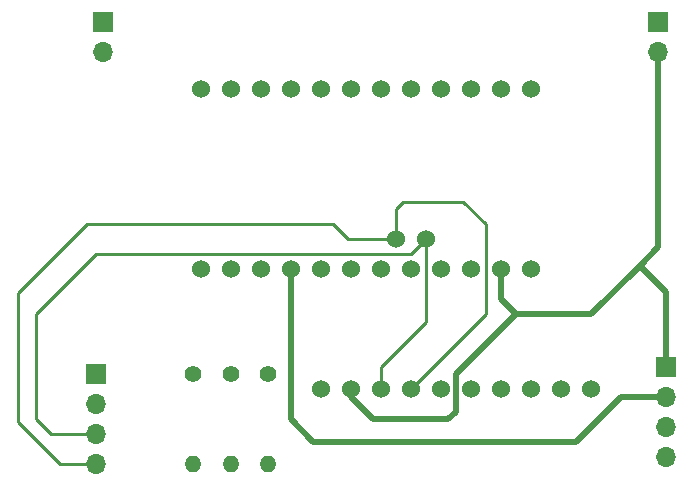
<source format=gbl>
G04 #@! TF.FileFunction,Copper,L2,Bot,Signal*
%FSLAX46Y46*%
G04 Gerber Fmt 4.6, Leading zero omitted, Abs format (unit mm)*
G04 Created by KiCad (PCBNEW 4.0.5) date 04/29/17 21:11:23*
%MOMM*%
%LPD*%
G01*
G04 APERTURE LIST*
%ADD10C,0.100000*%
%ADD11R,1.700000X1.700000*%
%ADD12O,1.700000X1.700000*%
%ADD13C,1.400000*%
%ADD14O,1.400000X1.400000*%
%ADD15C,1.524000*%
%ADD16C,0.250000*%
%ADD17C,0.500000*%
G04 APERTURE END LIST*
D10*
D11*
X171450000Y-132080000D03*
D12*
X171450000Y-134620000D03*
X171450000Y-137160000D03*
X171450000Y-139700000D03*
D11*
X219075000Y-102235000D03*
D12*
X219075000Y-104775000D03*
D11*
X219710000Y-131445000D03*
D12*
X219710000Y-133985000D03*
X219710000Y-136525000D03*
X219710000Y-139065000D03*
D11*
X172085000Y-102235000D03*
D12*
X172085000Y-104775000D03*
D13*
X186055000Y-132080000D03*
D14*
X186055000Y-139700000D03*
D13*
X179705000Y-132080000D03*
D14*
X179705000Y-139700000D03*
D13*
X182880000Y-132080000D03*
D14*
X182880000Y-139700000D03*
D15*
X180340000Y-123190000D03*
X182880000Y-123190000D03*
X185420000Y-123190000D03*
X190500000Y-123190000D03*
X193040000Y-123190000D03*
X195580000Y-123190000D03*
X198120000Y-123190000D03*
X200660000Y-123190000D03*
X203200000Y-123190000D03*
X205740000Y-123190000D03*
X208280000Y-123190000D03*
X187960000Y-123190000D03*
X208280000Y-107950000D03*
X205740000Y-107950000D03*
X203200000Y-107950000D03*
X200660000Y-107950000D03*
X198120000Y-107950000D03*
X195580000Y-107950000D03*
X193040000Y-107950000D03*
X190500000Y-107950000D03*
X187960000Y-107950000D03*
X185420000Y-107950000D03*
X182880000Y-107950000D03*
X180340000Y-107950000D03*
X196850000Y-120650000D03*
X199390000Y-120650000D03*
X190500000Y-133350000D03*
X193040000Y-133350000D03*
X195580000Y-133350000D03*
X198120000Y-133350000D03*
X200660000Y-133350000D03*
X203200000Y-133350000D03*
X205740000Y-133350000D03*
X210820000Y-133350000D03*
X208280000Y-133350000D03*
X213360000Y-133350000D03*
D16*
X193040000Y-133350000D02*
X193040000Y-133985000D01*
D17*
X193040000Y-133985000D02*
X194945000Y-135890000D01*
X194945000Y-135890000D02*
X201295000Y-135890000D01*
X201295000Y-135890000D02*
X201930000Y-135255000D01*
X201930000Y-135255000D02*
X201930000Y-132080000D01*
X201930000Y-132080000D02*
X207010000Y-127000000D01*
X219710000Y-131445000D02*
X219710000Y-125095000D01*
X219710000Y-125095000D02*
X217487500Y-122872500D01*
X219075000Y-104775000D02*
X219075000Y-121285000D01*
X205740000Y-125730000D02*
X205740000Y-123190000D01*
X207010000Y-127000000D02*
X205740000Y-125730000D01*
X213360000Y-127000000D02*
X207010000Y-127000000D01*
X219075000Y-121285000D02*
X217487500Y-122872500D01*
X217487500Y-122872500D02*
X213360000Y-127000000D01*
D16*
X171450000Y-137160000D02*
X167640000Y-137160000D01*
X167640000Y-137160000D02*
X166370000Y-135890000D01*
X166370000Y-135890000D02*
X166370000Y-127000000D01*
X166370000Y-127000000D02*
X171450000Y-121920000D01*
X171450000Y-121920000D02*
X198120000Y-121920000D01*
X198120000Y-121920000D02*
X199390000Y-120650000D01*
X199390000Y-120650000D02*
X199390000Y-127635000D01*
X195580000Y-131445000D02*
X195580000Y-133350000D01*
X199390000Y-127635000D02*
X195580000Y-131445000D01*
X171450000Y-139700000D02*
X168402000Y-139700000D01*
X192786000Y-120650000D02*
X196850000Y-120650000D01*
X191516000Y-119380000D02*
X192786000Y-120650000D01*
X170688000Y-119380000D02*
X191516000Y-119380000D01*
X164846000Y-125222000D02*
X170688000Y-119380000D01*
X164846000Y-136144000D02*
X164846000Y-125222000D01*
X168402000Y-139700000D02*
X164846000Y-136144000D01*
X196850000Y-120650000D02*
X196850000Y-119380000D01*
X196850000Y-119380000D02*
X196850000Y-118110000D01*
X204470000Y-127000000D02*
X198120000Y-133350000D01*
X204470000Y-119380000D02*
X204470000Y-127000000D01*
X202565000Y-117475000D02*
X204470000Y-119380000D01*
X197485000Y-117475000D02*
X202565000Y-117475000D01*
X196850000Y-118110000D02*
X197485000Y-117475000D01*
D17*
X219710000Y-133985000D02*
X215900000Y-133985000D01*
X187960000Y-135890000D02*
X187960000Y-123190000D01*
X189865000Y-137795000D02*
X187960000Y-135890000D01*
X212090000Y-137795000D02*
X189865000Y-137795000D01*
X215900000Y-133985000D02*
X212090000Y-137795000D01*
M02*

</source>
